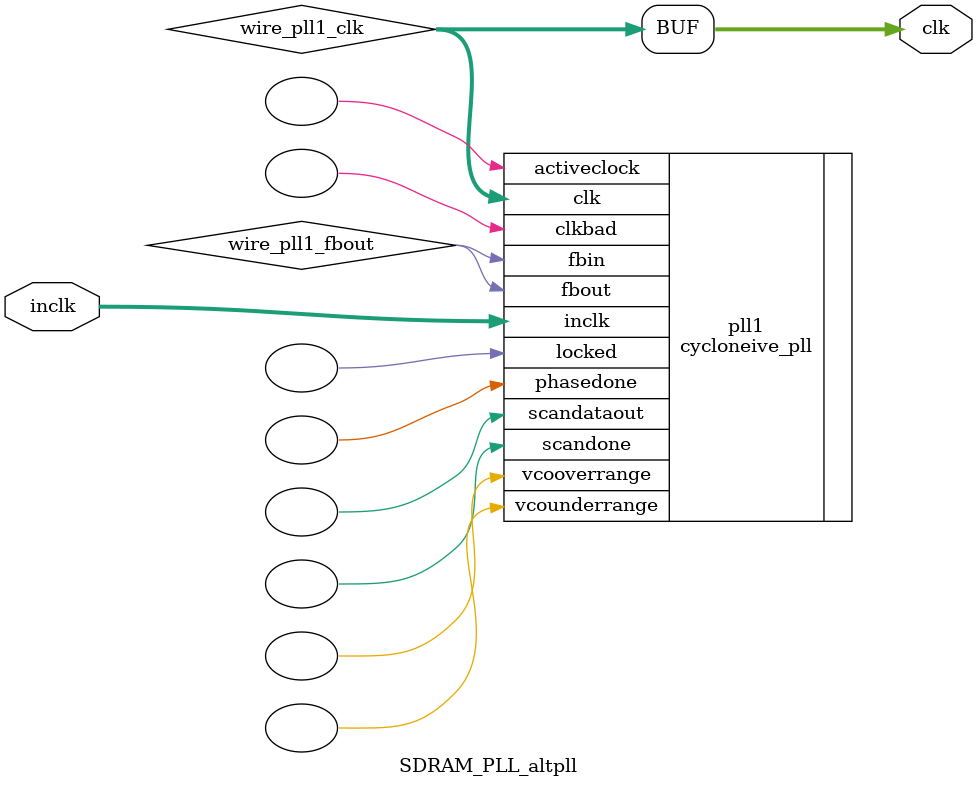
<source format=v>






//synthesis_resources = cycloneive_pll 1 
//synopsys translate_off
`timescale 1 ps / 1 ps
//synopsys translate_on
module  SDRAM_PLL_altpll
	( 
	clk,
	inclk) /* synthesis synthesis_clearbox=1 */;
	output   [4:0]  clk;
	input   [1:0]  inclk;
`ifndef ALTERA_RESERVED_QIS
// synopsys translate_off
`endif
	tri0   [1:0]  inclk;
`ifndef ALTERA_RESERVED_QIS
// synopsys translate_on
`endif

	wire  [4:0]   wire_pll1_clk;
	wire  wire_pll1_fbout;

	cycloneive_pll   pll1
	( 
	.activeclock(),
	.clk(wire_pll1_clk),
	.clkbad(),
	.fbin(wire_pll1_fbout),
	.fbout(wire_pll1_fbout),
	.inclk(inclk),
	.locked(),
	.phasedone(),
	.scandataout(),
	.scandone(),
	.vcooverrange(),
	.vcounderrange()
	`ifndef FORMAL_VERIFICATION
	// synopsys translate_off
	`endif
	,
	.areset(1'b0),
	.clkswitch(1'b0),
	.configupdate(1'b0),
	.pfdena(1'b1),
	.phasecounterselect({3{1'b0}}),
	.phasestep(1'b0),
	.phaseupdown(1'b0),
	.scanclk(1'b0),
	.scanclkena(1'b1),
	.scandata(1'b0)
	`ifndef FORMAL_VERIFICATION
	// synopsys translate_on
	`endif
	);
	defparam
		pll1.bandwidth_type = "auto",
		pll1.clk0_divide_by = 1,
		pll1.clk0_duty_cycle = 50,
		pll1.clk0_multiply_by = 1,
		pll1.clk0_phase_shift = "-3000",
		pll1.compensate_clock = "clk0",
		pll1.inclk0_input_frequency = 20000,
		pll1.operation_mode = "normal",
		pll1.pll_type = "auto",
		pll1.lpm_type = "cycloneive_pll";
	assign
		clk = {wire_pll1_clk[4:0]};
endmodule //SDRAM_PLL_altpll
//VALID FILE

</source>
